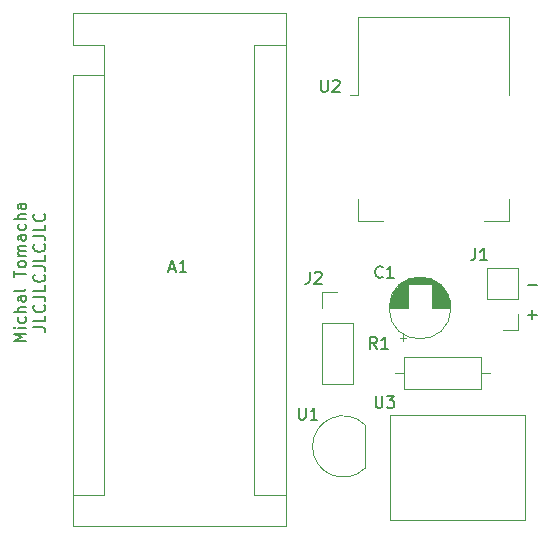
<source format=gto>
%TF.GenerationSoftware,KiCad,Pcbnew,(5.1.10)-1*%
%TF.CreationDate,2021-11-22T17:18:02+01:00*%
%TF.ProjectId,termostat,7465726d-6f73-4746-9174-2e6b69636164,rev?*%
%TF.SameCoordinates,Original*%
%TF.FileFunction,Legend,Top*%
%TF.FilePolarity,Positive*%
%FSLAX46Y46*%
G04 Gerber Fmt 4.6, Leading zero omitted, Abs format (unit mm)*
G04 Created by KiCad (PCBNEW (5.1.10)-1) date 2021-11-22 17:18:02*
%MOMM*%
%LPD*%
G01*
G04 APERTURE LIST*
%ADD10C,0.150000*%
%ADD11C,0.120000*%
%ADD12C,3.200000*%
%ADD13C,1.700000*%
%ADD14O,1.700000X1.700000*%
%ADD15R,1.700000X1.700000*%
%ADD16O,1.600000X1.600000*%
%ADD17R,1.600000X1.600000*%
%ADD18R,2.500000X1.000000*%
%ADD19R,1.000000X2.500000*%
%ADD20R,1.500000X1.050000*%
%ADD21O,1.500000X1.050000*%
%ADD22C,1.600000*%
G04 APERTURE END LIST*
D10*
X124627380Y-102333333D02*
X123627380Y-102333333D01*
X124341666Y-102000000D01*
X123627380Y-101666666D01*
X124627380Y-101666666D01*
X124627380Y-101190476D02*
X123960714Y-101190476D01*
X123627380Y-101190476D02*
X123675000Y-101238095D01*
X123722619Y-101190476D01*
X123675000Y-101142857D01*
X123627380Y-101190476D01*
X123722619Y-101190476D01*
X124579761Y-100285714D02*
X124627380Y-100380952D01*
X124627380Y-100571428D01*
X124579761Y-100666666D01*
X124532142Y-100714285D01*
X124436904Y-100761904D01*
X124151190Y-100761904D01*
X124055952Y-100714285D01*
X124008333Y-100666666D01*
X123960714Y-100571428D01*
X123960714Y-100380952D01*
X124008333Y-100285714D01*
X124627380Y-99857142D02*
X123627380Y-99857142D01*
X124627380Y-99428571D02*
X124103571Y-99428571D01*
X124008333Y-99476190D01*
X123960714Y-99571428D01*
X123960714Y-99714285D01*
X124008333Y-99809523D01*
X124055952Y-99857142D01*
X124627380Y-98523809D02*
X124103571Y-98523809D01*
X124008333Y-98571428D01*
X123960714Y-98666666D01*
X123960714Y-98857142D01*
X124008333Y-98952380D01*
X124579761Y-98523809D02*
X124627380Y-98619047D01*
X124627380Y-98857142D01*
X124579761Y-98952380D01*
X124484523Y-99000000D01*
X124389285Y-99000000D01*
X124294047Y-98952380D01*
X124246428Y-98857142D01*
X124246428Y-98619047D01*
X124198809Y-98523809D01*
X124627380Y-97904761D02*
X124579761Y-98000000D01*
X124484523Y-98047619D01*
X123627380Y-98047619D01*
X123627380Y-96904761D02*
X123627380Y-96333333D01*
X124627380Y-96619047D02*
X123627380Y-96619047D01*
X124627380Y-95857142D02*
X124579761Y-95952380D01*
X124532142Y-96000000D01*
X124436904Y-96047619D01*
X124151190Y-96047619D01*
X124055952Y-96000000D01*
X124008333Y-95952380D01*
X123960714Y-95857142D01*
X123960714Y-95714285D01*
X124008333Y-95619047D01*
X124055952Y-95571428D01*
X124151190Y-95523809D01*
X124436904Y-95523809D01*
X124532142Y-95571428D01*
X124579761Y-95619047D01*
X124627380Y-95714285D01*
X124627380Y-95857142D01*
X124627380Y-95095238D02*
X123960714Y-95095238D01*
X124055952Y-95095238D02*
X124008333Y-95047619D01*
X123960714Y-94952380D01*
X123960714Y-94809523D01*
X124008333Y-94714285D01*
X124103571Y-94666666D01*
X124627380Y-94666666D01*
X124103571Y-94666666D02*
X124008333Y-94619047D01*
X123960714Y-94523809D01*
X123960714Y-94380952D01*
X124008333Y-94285714D01*
X124103571Y-94238095D01*
X124627380Y-94238095D01*
X124627380Y-93333333D02*
X124103571Y-93333333D01*
X124008333Y-93380952D01*
X123960714Y-93476190D01*
X123960714Y-93666666D01*
X124008333Y-93761904D01*
X124579761Y-93333333D02*
X124627380Y-93428571D01*
X124627380Y-93666666D01*
X124579761Y-93761904D01*
X124484523Y-93809523D01*
X124389285Y-93809523D01*
X124294047Y-93761904D01*
X124246428Y-93666666D01*
X124246428Y-93428571D01*
X124198809Y-93333333D01*
X124579761Y-92428571D02*
X124627380Y-92523809D01*
X124627380Y-92714285D01*
X124579761Y-92809523D01*
X124532142Y-92857142D01*
X124436904Y-92904761D01*
X124151190Y-92904761D01*
X124055952Y-92857142D01*
X124008333Y-92809523D01*
X123960714Y-92714285D01*
X123960714Y-92523809D01*
X124008333Y-92428571D01*
X124627380Y-92000000D02*
X123627380Y-92000000D01*
X124627380Y-91571428D02*
X124103571Y-91571428D01*
X124008333Y-91619047D01*
X123960714Y-91714285D01*
X123960714Y-91857142D01*
X124008333Y-91952380D01*
X124055952Y-92000000D01*
X124627380Y-90666666D02*
X124103571Y-90666666D01*
X124008333Y-90714285D01*
X123960714Y-90809523D01*
X123960714Y-91000000D01*
X124008333Y-91095238D01*
X124579761Y-90666666D02*
X124627380Y-90761904D01*
X124627380Y-91000000D01*
X124579761Y-91095238D01*
X124484523Y-91142857D01*
X124389285Y-91142857D01*
X124294047Y-91095238D01*
X124246428Y-91000000D01*
X124246428Y-90761904D01*
X124198809Y-90666666D01*
X125277380Y-101119047D02*
X125991666Y-101119047D01*
X126134523Y-101166666D01*
X126229761Y-101261904D01*
X126277380Y-101404761D01*
X126277380Y-101500000D01*
X126277380Y-100166666D02*
X126277380Y-100642857D01*
X125277380Y-100642857D01*
X126182142Y-99261904D02*
X126229761Y-99309523D01*
X126277380Y-99452380D01*
X126277380Y-99547619D01*
X126229761Y-99690476D01*
X126134523Y-99785714D01*
X126039285Y-99833333D01*
X125848809Y-99880952D01*
X125705952Y-99880952D01*
X125515476Y-99833333D01*
X125420238Y-99785714D01*
X125325000Y-99690476D01*
X125277380Y-99547619D01*
X125277380Y-99452380D01*
X125325000Y-99309523D01*
X125372619Y-99261904D01*
X125277380Y-98547619D02*
X125991666Y-98547619D01*
X126134523Y-98595238D01*
X126229761Y-98690476D01*
X126277380Y-98833333D01*
X126277380Y-98928571D01*
X126277380Y-97595238D02*
X126277380Y-98071428D01*
X125277380Y-98071428D01*
X126182142Y-96690476D02*
X126229761Y-96738095D01*
X126277380Y-96880952D01*
X126277380Y-96976190D01*
X126229761Y-97119047D01*
X126134523Y-97214285D01*
X126039285Y-97261904D01*
X125848809Y-97309523D01*
X125705952Y-97309523D01*
X125515476Y-97261904D01*
X125420238Y-97214285D01*
X125325000Y-97119047D01*
X125277380Y-96976190D01*
X125277380Y-96880952D01*
X125325000Y-96738095D01*
X125372619Y-96690476D01*
X125277380Y-95976190D02*
X125991666Y-95976190D01*
X126134523Y-96023809D01*
X126229761Y-96119047D01*
X126277380Y-96261904D01*
X126277380Y-96357142D01*
X126277380Y-95023809D02*
X126277380Y-95500000D01*
X125277380Y-95500000D01*
X126182142Y-94119047D02*
X126229761Y-94166666D01*
X126277380Y-94309523D01*
X126277380Y-94404761D01*
X126229761Y-94547619D01*
X126134523Y-94642857D01*
X126039285Y-94690476D01*
X125848809Y-94738095D01*
X125705952Y-94738095D01*
X125515476Y-94690476D01*
X125420238Y-94642857D01*
X125325000Y-94547619D01*
X125277380Y-94404761D01*
X125277380Y-94309523D01*
X125325000Y-94166666D01*
X125372619Y-94119047D01*
X125277380Y-93404761D02*
X125991666Y-93404761D01*
X126134523Y-93452380D01*
X126229761Y-93547619D01*
X126277380Y-93690476D01*
X126277380Y-93785714D01*
X126277380Y-92452380D02*
X126277380Y-92928571D01*
X125277380Y-92928571D01*
X126182142Y-91547619D02*
X126229761Y-91595238D01*
X126277380Y-91738095D01*
X126277380Y-91833333D01*
X126229761Y-91976190D01*
X126134523Y-92071428D01*
X126039285Y-92119047D01*
X125848809Y-92166666D01*
X125705952Y-92166666D01*
X125515476Y-92119047D01*
X125420238Y-92071428D01*
X125325000Y-91976190D01*
X125277380Y-91833333D01*
X125277380Y-91738095D01*
X125325000Y-91595238D01*
X125372619Y-91547619D01*
X167119047Y-97571428D02*
X167880952Y-97571428D01*
X167119047Y-100071428D02*
X167880952Y-100071428D01*
X167500000Y-100452380D02*
X167500000Y-99690476D01*
D11*
X155500000Y-117450000D02*
X166900000Y-117450000D01*
X166900000Y-108550000D02*
X166900000Y-117450000D01*
X155500000Y-108550000D02*
X166900000Y-108550000D01*
X155500000Y-117450000D02*
X155500000Y-108550000D01*
X149670000Y-105910000D02*
X152330000Y-105910000D01*
X149670000Y-100770000D02*
X149670000Y-105910000D01*
X152330000Y-100770000D02*
X152330000Y-105910000D01*
X149670000Y-100770000D02*
X152330000Y-100770000D01*
X149670000Y-99500000D02*
X149670000Y-98170000D01*
X149670000Y-98170000D02*
X151000000Y-98170000D01*
X131270000Y-79770000D02*
X131270000Y-77230000D01*
X131270000Y-77230000D02*
X128600000Y-77230000D01*
X128600000Y-79770000D02*
X128600000Y-118000000D01*
X128600000Y-74560000D02*
X128600000Y-77230000D01*
X143970000Y-77230000D02*
X146640000Y-77230000D01*
X143970000Y-77230000D02*
X143970000Y-115330000D01*
X143970000Y-115330000D02*
X146640000Y-115330000D01*
X131270000Y-79770000D02*
X128600000Y-79770000D01*
X131270000Y-79770000D02*
X131270000Y-115330000D01*
X131270000Y-115330000D02*
X128600000Y-115330000D01*
X128600000Y-118000000D02*
X146640000Y-118000000D01*
X146640000Y-118000000D02*
X146640000Y-74560000D01*
X146640000Y-74560000D02*
X128600000Y-74560000D01*
X152750000Y-92140000D02*
X152750000Y-90260000D01*
X154880000Y-92140000D02*
X152750000Y-92140000D01*
X165510000Y-92140000D02*
X163380000Y-92140000D01*
X165510000Y-90260000D02*
X165510000Y-92140000D01*
X165510000Y-74880000D02*
X165510000Y-81510000D01*
X152750000Y-74880000D02*
X165510000Y-74880000D01*
X152750000Y-81510000D02*
X152750000Y-74880000D01*
X152080000Y-81510000D02*
X152750000Y-81510000D01*
X153350000Y-113030000D02*
X153350000Y-109430000D01*
X153338478Y-109391522D02*
G75*
G03*
X148900000Y-111230000I-1838478J-1838478D01*
G01*
X153338478Y-113068478D02*
G75*
G02*
X148900000Y-111230000I-1838478J1838478D01*
G01*
X163190000Y-106370000D02*
X163190000Y-103630000D01*
X163190000Y-103630000D02*
X156650000Y-103630000D01*
X156650000Y-103630000D02*
X156650000Y-106370000D01*
X156650000Y-106370000D02*
X163190000Y-106370000D01*
X163960000Y-105000000D02*
X163190000Y-105000000D01*
X155880000Y-105000000D02*
X156650000Y-105000000D01*
X166330000Y-96130000D02*
X163670000Y-96130000D01*
X166330000Y-98730000D02*
X166330000Y-96130000D01*
X163670000Y-98730000D02*
X163670000Y-96130000D01*
X166330000Y-98730000D02*
X163670000Y-98730000D01*
X166330000Y-100000000D02*
X166330000Y-101330000D01*
X166330000Y-101330000D02*
X165000000Y-101330000D01*
X160620000Y-99500000D02*
G75*
G03*
X160620000Y-99500000I-2620000J0D01*
G01*
X159040000Y-99500000D02*
X160580000Y-99500000D01*
X155420000Y-99500000D02*
X156960000Y-99500000D01*
X159040000Y-99460000D02*
X160580000Y-99460000D01*
X155420000Y-99460000D02*
X156960000Y-99460000D01*
X155421000Y-99420000D02*
X156960000Y-99420000D01*
X159040000Y-99420000D02*
X160579000Y-99420000D01*
X155422000Y-99380000D02*
X156960000Y-99380000D01*
X159040000Y-99380000D02*
X160578000Y-99380000D01*
X155424000Y-99340000D02*
X156960000Y-99340000D01*
X159040000Y-99340000D02*
X160576000Y-99340000D01*
X155427000Y-99300000D02*
X156960000Y-99300000D01*
X159040000Y-99300000D02*
X160573000Y-99300000D01*
X155431000Y-99260000D02*
X156960000Y-99260000D01*
X159040000Y-99260000D02*
X160569000Y-99260000D01*
X155435000Y-99220000D02*
X156960000Y-99220000D01*
X159040000Y-99220000D02*
X160565000Y-99220000D01*
X155439000Y-99180000D02*
X156960000Y-99180000D01*
X159040000Y-99180000D02*
X160561000Y-99180000D01*
X155444000Y-99140000D02*
X156960000Y-99140000D01*
X159040000Y-99140000D02*
X160556000Y-99140000D01*
X155450000Y-99100000D02*
X156960000Y-99100000D01*
X159040000Y-99100000D02*
X160550000Y-99100000D01*
X155457000Y-99060000D02*
X156960000Y-99060000D01*
X159040000Y-99060000D02*
X160543000Y-99060000D01*
X155464000Y-99020000D02*
X156960000Y-99020000D01*
X159040000Y-99020000D02*
X160536000Y-99020000D01*
X155472000Y-98980000D02*
X156960000Y-98980000D01*
X159040000Y-98980000D02*
X160528000Y-98980000D01*
X155480000Y-98940000D02*
X156960000Y-98940000D01*
X159040000Y-98940000D02*
X160520000Y-98940000D01*
X155489000Y-98900000D02*
X156960000Y-98900000D01*
X159040000Y-98900000D02*
X160511000Y-98900000D01*
X155499000Y-98860000D02*
X156960000Y-98860000D01*
X159040000Y-98860000D02*
X160501000Y-98860000D01*
X155509000Y-98820000D02*
X156960000Y-98820000D01*
X159040000Y-98820000D02*
X160491000Y-98820000D01*
X155520000Y-98779000D02*
X156960000Y-98779000D01*
X159040000Y-98779000D02*
X160480000Y-98779000D01*
X155532000Y-98739000D02*
X156960000Y-98739000D01*
X159040000Y-98739000D02*
X160468000Y-98739000D01*
X155545000Y-98699000D02*
X156960000Y-98699000D01*
X159040000Y-98699000D02*
X160455000Y-98699000D01*
X155558000Y-98659000D02*
X156960000Y-98659000D01*
X159040000Y-98659000D02*
X160442000Y-98659000D01*
X155572000Y-98619000D02*
X156960000Y-98619000D01*
X159040000Y-98619000D02*
X160428000Y-98619000D01*
X155586000Y-98579000D02*
X156960000Y-98579000D01*
X159040000Y-98579000D02*
X160414000Y-98579000D01*
X155602000Y-98539000D02*
X156960000Y-98539000D01*
X159040000Y-98539000D02*
X160398000Y-98539000D01*
X155618000Y-98499000D02*
X156960000Y-98499000D01*
X159040000Y-98499000D02*
X160382000Y-98499000D01*
X155635000Y-98459000D02*
X156960000Y-98459000D01*
X159040000Y-98459000D02*
X160365000Y-98459000D01*
X155652000Y-98419000D02*
X156960000Y-98419000D01*
X159040000Y-98419000D02*
X160348000Y-98419000D01*
X155671000Y-98379000D02*
X156960000Y-98379000D01*
X159040000Y-98379000D02*
X160329000Y-98379000D01*
X155690000Y-98339000D02*
X156960000Y-98339000D01*
X159040000Y-98339000D02*
X160310000Y-98339000D01*
X155710000Y-98299000D02*
X156960000Y-98299000D01*
X159040000Y-98299000D02*
X160290000Y-98299000D01*
X155732000Y-98259000D02*
X156960000Y-98259000D01*
X159040000Y-98259000D02*
X160268000Y-98259000D01*
X155753000Y-98219000D02*
X156960000Y-98219000D01*
X159040000Y-98219000D02*
X160247000Y-98219000D01*
X155776000Y-98179000D02*
X156960000Y-98179000D01*
X159040000Y-98179000D02*
X160224000Y-98179000D01*
X155800000Y-98139000D02*
X156960000Y-98139000D01*
X159040000Y-98139000D02*
X160200000Y-98139000D01*
X155825000Y-98099000D02*
X156960000Y-98099000D01*
X159040000Y-98099000D02*
X160175000Y-98099000D01*
X155851000Y-98059000D02*
X156960000Y-98059000D01*
X159040000Y-98059000D02*
X160149000Y-98059000D01*
X155878000Y-98019000D02*
X156960000Y-98019000D01*
X159040000Y-98019000D02*
X160122000Y-98019000D01*
X155905000Y-97979000D02*
X156960000Y-97979000D01*
X159040000Y-97979000D02*
X160095000Y-97979000D01*
X155935000Y-97939000D02*
X156960000Y-97939000D01*
X159040000Y-97939000D02*
X160065000Y-97939000D01*
X155965000Y-97899000D02*
X156960000Y-97899000D01*
X159040000Y-97899000D02*
X160035000Y-97899000D01*
X155996000Y-97859000D02*
X156960000Y-97859000D01*
X159040000Y-97859000D02*
X160004000Y-97859000D01*
X156029000Y-97819000D02*
X156960000Y-97819000D01*
X159040000Y-97819000D02*
X159971000Y-97819000D01*
X156063000Y-97779000D02*
X156960000Y-97779000D01*
X159040000Y-97779000D02*
X159937000Y-97779000D01*
X156099000Y-97739000D02*
X156960000Y-97739000D01*
X159040000Y-97739000D02*
X159901000Y-97739000D01*
X156136000Y-97699000D02*
X156960000Y-97699000D01*
X159040000Y-97699000D02*
X159864000Y-97699000D01*
X156174000Y-97659000D02*
X156960000Y-97659000D01*
X159040000Y-97659000D02*
X159826000Y-97659000D01*
X156215000Y-97619000D02*
X156960000Y-97619000D01*
X159040000Y-97619000D02*
X159785000Y-97619000D01*
X156257000Y-97579000D02*
X156960000Y-97579000D01*
X159040000Y-97579000D02*
X159743000Y-97579000D01*
X156301000Y-97539000D02*
X156960000Y-97539000D01*
X159040000Y-97539000D02*
X159699000Y-97539000D01*
X156347000Y-97499000D02*
X156960000Y-97499000D01*
X159040000Y-97499000D02*
X159653000Y-97499000D01*
X156395000Y-97459000D02*
X159605000Y-97459000D01*
X156446000Y-97419000D02*
X159554000Y-97419000D01*
X156500000Y-97379000D02*
X159500000Y-97379000D01*
X156557000Y-97339000D02*
X159443000Y-97339000D01*
X156617000Y-97299000D02*
X159383000Y-97299000D01*
X156681000Y-97259000D02*
X159319000Y-97259000D01*
X156749000Y-97219000D02*
X159251000Y-97219000D01*
X156822000Y-97179000D02*
X159178000Y-97179000D01*
X156902000Y-97139000D02*
X159098000Y-97139000D01*
X156989000Y-97099000D02*
X159011000Y-97099000D01*
X157085000Y-97059000D02*
X158915000Y-97059000D01*
X157195000Y-97019000D02*
X158805000Y-97019000D01*
X157323000Y-96979000D02*
X158677000Y-96979000D01*
X157482000Y-96939000D02*
X158518000Y-96939000D01*
X157716000Y-96899000D02*
X158284000Y-96899000D01*
X156525000Y-102304775D02*
X156525000Y-101804775D01*
X156275000Y-102054775D02*
X156775000Y-102054775D01*
D10*
X154238095Y-106952380D02*
X154238095Y-107761904D01*
X154285714Y-107857142D01*
X154333333Y-107904761D01*
X154428571Y-107952380D01*
X154619047Y-107952380D01*
X154714285Y-107904761D01*
X154761904Y-107857142D01*
X154809523Y-107761904D01*
X154809523Y-106952380D01*
X155190476Y-106952380D02*
X155809523Y-106952380D01*
X155476190Y-107333333D01*
X155619047Y-107333333D01*
X155714285Y-107380952D01*
X155761904Y-107428571D01*
X155809523Y-107523809D01*
X155809523Y-107761904D01*
X155761904Y-107857142D01*
X155714285Y-107904761D01*
X155619047Y-107952380D01*
X155333333Y-107952380D01*
X155238095Y-107904761D01*
X155190476Y-107857142D01*
X148666666Y-96452380D02*
X148666666Y-97166666D01*
X148619047Y-97309523D01*
X148523809Y-97404761D01*
X148380952Y-97452380D01*
X148285714Y-97452380D01*
X149095238Y-96547619D02*
X149142857Y-96500000D01*
X149238095Y-96452380D01*
X149476190Y-96452380D01*
X149571428Y-96500000D01*
X149619047Y-96547619D01*
X149666666Y-96642857D01*
X149666666Y-96738095D01*
X149619047Y-96880952D01*
X149047619Y-97452380D01*
X149666666Y-97452380D01*
X136785714Y-96166666D02*
X137261904Y-96166666D01*
X136690476Y-96452380D02*
X137023809Y-95452380D01*
X137357142Y-96452380D01*
X138214285Y-96452380D02*
X137642857Y-96452380D01*
X137928571Y-96452380D02*
X137928571Y-95452380D01*
X137833333Y-95595238D01*
X137738095Y-95690476D01*
X137642857Y-95738095D01*
X149618095Y-80212380D02*
X149618095Y-81021904D01*
X149665714Y-81117142D01*
X149713333Y-81164761D01*
X149808571Y-81212380D01*
X149999047Y-81212380D01*
X150094285Y-81164761D01*
X150141904Y-81117142D01*
X150189523Y-81021904D01*
X150189523Y-80212380D01*
X150618095Y-80307619D02*
X150665714Y-80260000D01*
X150760952Y-80212380D01*
X150999047Y-80212380D01*
X151094285Y-80260000D01*
X151141904Y-80307619D01*
X151189523Y-80402857D01*
X151189523Y-80498095D01*
X151141904Y-80640952D01*
X150570476Y-81212380D01*
X151189523Y-81212380D01*
X147738095Y-107952380D02*
X147738095Y-108761904D01*
X147785714Y-108857142D01*
X147833333Y-108904761D01*
X147928571Y-108952380D01*
X148119047Y-108952380D01*
X148214285Y-108904761D01*
X148261904Y-108857142D01*
X148309523Y-108761904D01*
X148309523Y-107952380D01*
X149309523Y-108952380D02*
X148738095Y-108952380D01*
X149023809Y-108952380D02*
X149023809Y-107952380D01*
X148928571Y-108095238D01*
X148833333Y-108190476D01*
X148738095Y-108238095D01*
X154333333Y-102952380D02*
X154000000Y-102476190D01*
X153761904Y-102952380D02*
X153761904Y-101952380D01*
X154142857Y-101952380D01*
X154238095Y-102000000D01*
X154285714Y-102047619D01*
X154333333Y-102142857D01*
X154333333Y-102285714D01*
X154285714Y-102380952D01*
X154238095Y-102428571D01*
X154142857Y-102476190D01*
X153761904Y-102476190D01*
X155285714Y-102952380D02*
X154714285Y-102952380D01*
X155000000Y-102952380D02*
X155000000Y-101952380D01*
X154904761Y-102095238D01*
X154809523Y-102190476D01*
X154714285Y-102238095D01*
X162666666Y-94452380D02*
X162666666Y-95166666D01*
X162619047Y-95309523D01*
X162523809Y-95404761D01*
X162380952Y-95452380D01*
X162285714Y-95452380D01*
X163666666Y-95452380D02*
X163095238Y-95452380D01*
X163380952Y-95452380D02*
X163380952Y-94452380D01*
X163285714Y-94595238D01*
X163190476Y-94690476D01*
X163095238Y-94738095D01*
X154833333Y-96857142D02*
X154785714Y-96904761D01*
X154642857Y-96952380D01*
X154547619Y-96952380D01*
X154404761Y-96904761D01*
X154309523Y-96809523D01*
X154261904Y-96714285D01*
X154214285Y-96523809D01*
X154214285Y-96380952D01*
X154261904Y-96190476D01*
X154309523Y-96095238D01*
X154404761Y-96000000D01*
X154547619Y-95952380D01*
X154642857Y-95952380D01*
X154785714Y-96000000D01*
X154833333Y-96047619D01*
X155785714Y-96952380D02*
X155214285Y-96952380D01*
X155500000Y-96952380D02*
X155500000Y-95952380D01*
X155404761Y-96095238D01*
X155309523Y-96190476D01*
X155214285Y-96238095D01*
%LPC*%
D12*
X170500000Y-116000000D03*
X170500000Y-76500000D03*
X125000000Y-116000000D03*
X125000000Y-76500000D03*
D13*
X165630000Y-110460000D03*
X165630000Y-113000000D03*
X165630000Y-115540000D03*
D14*
X151000000Y-104580000D03*
X151000000Y-102040000D03*
D15*
X151000000Y-99500000D03*
D16*
X145240000Y-114060000D03*
X130000000Y-114060000D03*
X145240000Y-78500000D03*
X130000000Y-111520000D03*
X145240000Y-81040000D03*
X130000000Y-108980000D03*
X145240000Y-83580000D03*
X130000000Y-106440000D03*
X145240000Y-86120000D03*
X130000000Y-103900000D03*
X145240000Y-88660000D03*
X130000000Y-101360000D03*
X145240000Y-91200000D03*
X130000000Y-98820000D03*
X145240000Y-93740000D03*
X130000000Y-96280000D03*
X145240000Y-96280000D03*
X130000000Y-93740000D03*
X145240000Y-98820000D03*
X130000000Y-91200000D03*
X145240000Y-101360000D03*
X130000000Y-88660000D03*
X145240000Y-103900000D03*
X130000000Y-86120000D03*
X145240000Y-106440000D03*
X130000000Y-83580000D03*
X145240000Y-108980000D03*
X130000000Y-81040000D03*
X145240000Y-111520000D03*
D17*
X130000000Y-78500000D03*
D18*
X153280000Y-83010000D03*
X153280000Y-85010000D03*
X153280000Y-87010000D03*
X153280000Y-89010000D03*
D19*
X156130000Y-91610000D03*
X158130000Y-91610000D03*
X160130000Y-91610000D03*
X162130000Y-91610000D03*
D18*
X164980000Y-89010000D03*
X164980000Y-87010000D03*
X164980000Y-85010000D03*
D20*
X151500000Y-112500000D03*
D21*
X151500000Y-109960000D03*
X151500000Y-111230000D03*
D16*
X154840000Y-105000000D03*
D22*
X165000000Y-105000000D03*
D14*
X165000000Y-97460000D03*
D15*
X165000000Y-100000000D03*
D22*
X158000000Y-98500000D03*
D17*
X158000000Y-100500000D03*
M02*

</source>
